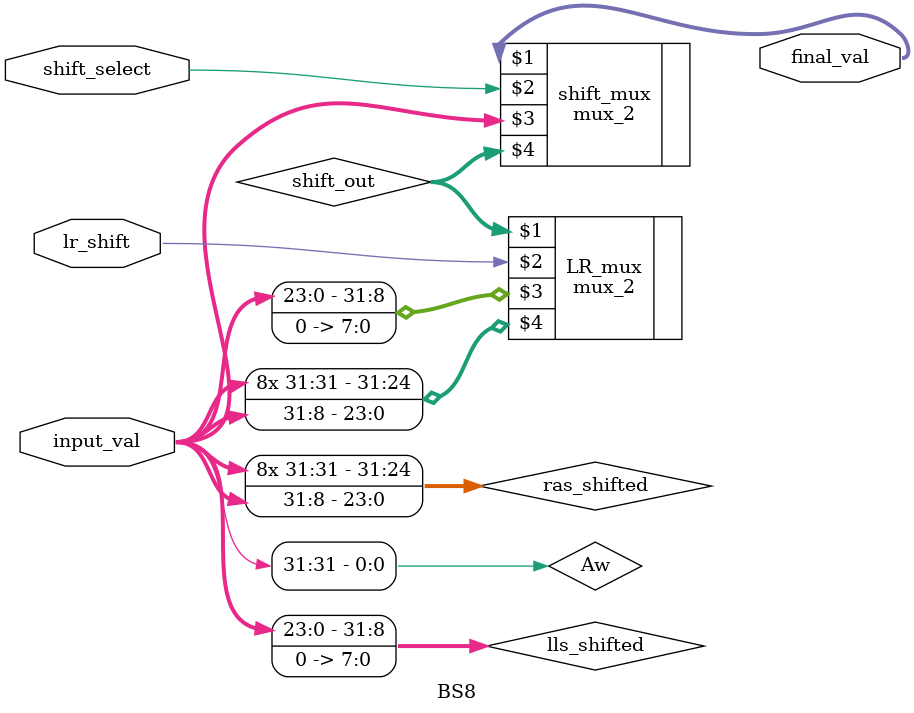
<source format=v>
module BS8(
    input shift_select,
    input lr_shift,
    input [31:0] input_val,
    output [31:0] final_val
);

// forgot bout mux select, naming is bad cuz had to switch vars and im dumb. output_val is the shifted value, final_valis 
//the mux output

wire [31:0] lls_shifted, ras_shifted, shift_out;

wire Aw;
assign Aw = input_val[31];

mux_2 LR_mux(shift_out,lr_shift, lls_shifted, ras_shifted);
mux_2 shift_mux(final_val, shift_select, input_val, shift_out);

//LLS shift
assign lls_shifted[0] = 1'b0;
assign lls_shifted[1] = 1'b0;
assign lls_shifted[2] = 1'b0;
assign lls_shifted[3] = 1'b0;
assign lls_shifted[4] = 1'b0;
assign lls_shifted[5] = 1'b0;
assign lls_shifted[6] = 1'b0;
assign lls_shifted[7] = 1'b0;
assign lls_shifted[8] = input_val[0];
assign lls_shifted[9] = input_val[1];
assign lls_shifted[10] = input_val[2];
assign lls_shifted[11] = input_val[3];
assign lls_shifted[12] = input_val[4];
assign lls_shifted[13] = input_val[5];
assign lls_shifted[14] = input_val[6];
assign lls_shifted[15] = input_val[7];
assign lls_shifted[16] = input_val[8];
assign lls_shifted[17] = input_val[9];
assign lls_shifted[18] = input_val[10];
assign lls_shifted[19] = input_val[11];
assign lls_shifted[20] = input_val[12];
assign lls_shifted[21] = input_val[13];
assign lls_shifted[22] = input_val[14];
assign lls_shifted[23] = input_val[15];
assign lls_shifted[24] = input_val[16];
assign lls_shifted[25] = input_val[17];
assign lls_shifted[26] = input_val[18];
assign lls_shifted[27] = input_val[19];
assign lls_shifted[28] = input_val[20];
assign lls_shifted[29] = input_val[21];
assign lls_shifted[30] = input_val[22];
assign lls_shifted[31] = input_val[23];


//RAS shift
assign ras_shifted[0] = input_val[8];
assign ras_shifted[1] = input_val[9];
assign ras_shifted[2] = input_val[10];
assign ras_shifted[3] = input_val[11];
assign ras_shifted[4] = input_val[12];
assign ras_shifted[5] = input_val[13];
assign ras_shifted[6] = input_val[14];
assign ras_shifted[7] = input_val[15];
assign ras_shifted[8] = input_val[16];
assign ras_shifted[9] = input_val[17];
assign ras_shifted[10] = input_val[18];
assign ras_shifted[11] = input_val[19];
assign ras_shifted[12] = input_val[20];
assign ras_shifted[13] = input_val[21];
assign ras_shifted[14] = input_val[22];
assign ras_shifted[15] = input_val[23];
assign ras_shifted[16] = input_val[24];
assign ras_shifted[17] = input_val[25];
assign ras_shifted[18] = input_val[26];
assign ras_shifted[19] = input_val[27];
assign ras_shifted[20] = input_val[28];
assign ras_shifted[21] = input_val[29];
assign ras_shifted[22] = input_val[30];
assign ras_shifted[23] = input_val[31];
assign ras_shifted[24] = Aw;
assign ras_shifted[25] = Aw;
assign ras_shifted[26] = Aw;
assign ras_shifted[27] = Aw;
assign ras_shifted[28] = Aw;
assign ras_shifted[29] = Aw;
assign ras_shifted[30] = Aw;
assign ras_shifted[31] = Aw;


endmodule
</source>
